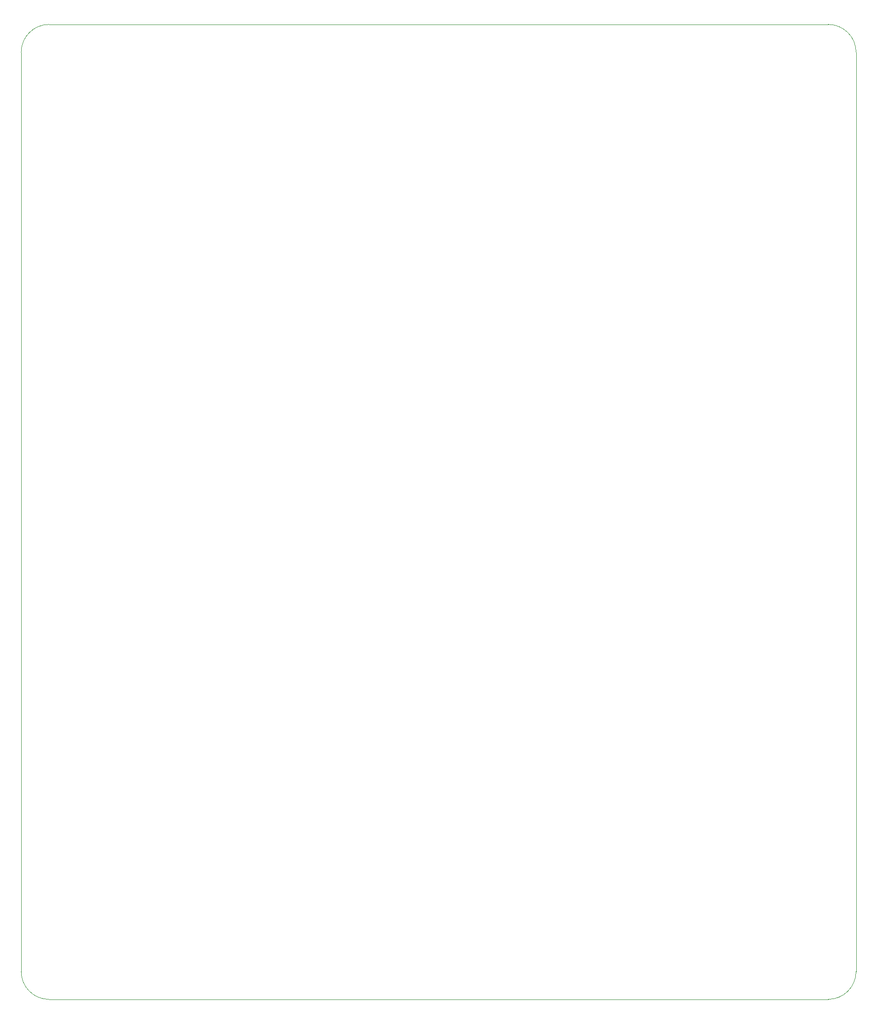
<source format=gbr>
%TF.GenerationSoftware,KiCad,Pcbnew,7.0.7*%
%TF.CreationDate,2024-03-09T11:29:06+01:00*%
%TF.ProjectId,button-board,62757474-6f6e-42d6-926f-6172642e6b69,rev?*%
%TF.SameCoordinates,Original*%
%TF.FileFunction,Profile,NP*%
%FSLAX46Y46*%
G04 Gerber Fmt 4.6, Leading zero omitted, Abs format (unit mm)*
G04 Created by KiCad (PCBNEW 7.0.7) date 2024-03-09 11:29:06*
%MOMM*%
%LPD*%
G01*
G04 APERTURE LIST*
%TA.AperFunction,Profile*%
%ADD10C,0.100000*%
%TD*%
G04 APERTURE END LIST*
D10*
X1190000Y170789600D02*
G75*
G03*
X-3810000Y165789600I0J-5000000D01*
G01*
X146189600Y165789600D02*
G75*
G03*
X141189600Y170789600I-5000000J0D01*
G01*
X1190000Y170789600D02*
X141189600Y170789600D01*
X-3810000Y790000D02*
G75*
G03*
X1190000Y-4210000I5000000J0D01*
G01*
X-3810000Y790000D02*
X-3810000Y165789600D01*
X141189600Y-4210000D02*
G75*
G03*
X146189600Y790000I0J5000000D01*
G01*
X146189600Y165789600D02*
X146189600Y790000D01*
X141189600Y-4210000D02*
X1190000Y-4210000D01*
M02*

</source>
